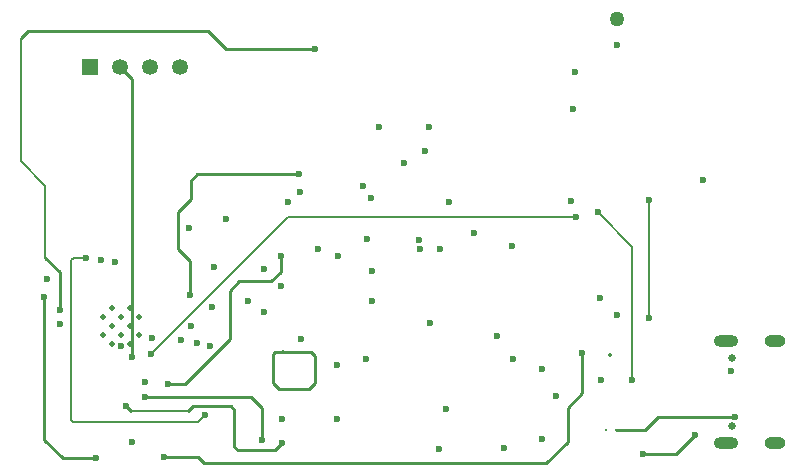
<source format=gbl>
G04*
G04 #@! TF.GenerationSoftware,Altium Limited,Altium Designer,23.9.2 (47)*
G04*
G04 Layer_Physical_Order=4*
G04 Layer_Color=16711680*
%FSLAX44Y44*%
%MOMM*%
G71*
G04*
G04 #@! TF.SameCoordinates,2E1E75F7-3D1D-466E-99F7-38A65D3F2882*
G04*
G04*
G04 #@! TF.FilePolarity,Positive*
G04*
G01*
G75*
%ADD15C,0.2540*%
%ADD65C,1.3500*%
%ADD66R,1.3500X1.3500*%
%ADD70C,0.3500*%
%ADD84C,0.2100*%
%ADD86O,2.1000X1.0000*%
%ADD87C,0.6500*%
%ADD88O,1.8000X1.0000*%
%ADD89C,0.5000*%
%ADD90C,0.3000*%
%ADD91C,0.6000*%
%ADD92C,1.2700*%
%ADD95C,0.1959*%
%ADD96C,0.1444*%
D15*
X561000Y331000D02*
Y354000D01*
X526000Y331000D02*
Y355512D01*
X527488Y357000D02*
X558000D01*
X526000Y331000D02*
X531000Y326000D01*
X556000D02*
X561000Y331000D01*
X531000Y326000D02*
X556000D01*
X558000Y357000D02*
X561000Y354000D01*
X526000Y355512D02*
X527488Y357000D01*
X775000Y281000D02*
Y310000D01*
X467000Y263000D02*
X757000D01*
X775000Y281000D01*
X333000Y437000D02*
X345000Y425000D01*
X461580Y507580D02*
X547570D01*
X456000Y502000D02*
X461580Y507580D01*
X456000Y487000D02*
Y502000D01*
X445000Y476000D02*
X456000Y487000D01*
X445000Y444000D02*
Y476000D01*
Y444000D02*
X455000Y434000D01*
Y405000D02*
Y434000D01*
X532230Y425230D02*
Y439770D01*
X524000Y417000D02*
X532230Y425230D01*
X497000Y417000D02*
X524000D01*
X489000Y409000D02*
X497000Y417000D01*
X489000Y368000D02*
Y409000D01*
X451000Y330000D02*
X489000Y368000D01*
X437000Y330000D02*
X451000D01*
X345000Y393000D02*
Y425000D01*
X396200Y598000D02*
X406000Y588200D01*
Y459000D02*
Y588200D01*
Y353000D02*
Y459000D01*
X527492Y274000D02*
X533527Y280035D01*
X496000Y274000D02*
X527492D01*
X493000Y277000D02*
X496000Y274000D01*
X493000Y277000D02*
Y308000D01*
X490000Y311000D02*
X493000Y308000D01*
X458000Y311000D02*
X490000D01*
X454000Y307000D02*
X458000Y311000D01*
X401000D02*
X405000Y307000D01*
X515930Y282250D02*
Y310070D01*
X507000Y319000D02*
X515930Y310070D01*
X417000Y319000D02*
X507000D01*
X816000Y291000D02*
X841000D01*
X852000Y302000D01*
X917000D01*
X486000Y614000D02*
X561000D01*
X471000Y629000D02*
X486000Y614000D01*
X318000Y629000D02*
X471000D01*
X312000Y623000D02*
X318000Y629000D01*
X787000Y322000D02*
Y356000D01*
X775000Y310000D02*
X787000Y322000D01*
X462000Y268000D02*
X467000Y263000D01*
X433000Y268000D02*
X462000D01*
X332000Y283000D02*
Y404000D01*
Y283000D02*
X348000Y267000D01*
X376000D01*
X867000Y271000D02*
X883000Y287000D01*
X839000Y271000D02*
X867000D01*
D65*
X447000Y598000D02*
D03*
X421600D02*
D03*
X396200D02*
D03*
D66*
X370800D02*
D03*
D70*
X810900Y354600D02*
D03*
D84*
X333000Y437000D02*
Y498000D01*
X405000Y307000D02*
X454000D01*
X312000Y519000D02*
Y623000D01*
Y519000D02*
X333000Y498000D01*
D86*
X908975Y366200D02*
D03*
Y279800D02*
D03*
D87*
X913975Y294100D02*
D03*
Y351900D02*
D03*
D88*
X950775Y279800D02*
D03*
Y366200D02*
D03*
D89*
X389500Y394000D02*
D03*
X382000Y386500D02*
D03*
Y371500D02*
D03*
X397000D02*
D03*
X389500Y364000D02*
D03*
X404500D02*
D03*
X412000Y371500D02*
D03*
Y386500D02*
D03*
X397000D02*
D03*
X404500Y394000D02*
D03*
Y379000D02*
D03*
X389500D02*
D03*
D90*
X534000Y358000D02*
D03*
X816000Y291000D02*
D03*
X808000Y291000D02*
D03*
D91*
X549000Y368000D02*
D03*
X396808Y362314D02*
D03*
X602148Y497500D02*
D03*
X817118Y617250D02*
D03*
X580744Y438050D02*
D03*
X721516Y276000D02*
D03*
X672000Y309000D02*
D03*
X666000Y275000D02*
D03*
X455000Y405000D02*
D03*
X456000Y379000D02*
D03*
X696000Y458000D02*
D03*
X472000Y362000D02*
D03*
X448000Y367000D02*
D03*
X461000Y365000D02*
D03*
X334000Y419000D02*
D03*
X423000Y369000D02*
D03*
X437000Y330000D02*
D03*
X380000Y435000D02*
D03*
X406000Y353000D02*
D03*
X579680Y346000D02*
D03*
X367000Y437000D02*
D03*
X401000Y311000D02*
D03*
X729000Y351000D02*
D03*
X392000Y433000D02*
D03*
X417000Y319000D02*
D03*
Y332000D02*
D03*
X468000Y304000D02*
D03*
X781000Y594000D02*
D03*
X345000Y381000D02*
D03*
Y393000D02*
D03*
X561000Y614000D02*
D03*
X803000Y333000D02*
D03*
X728000Y447000D02*
D03*
X715000Y371000D02*
D03*
X787000Y356000D02*
D03*
X433000Y268000D02*
D03*
X406000Y281000D02*
D03*
X376000Y267000D02*
D03*
X332000Y404000D02*
D03*
X515930Y282250D02*
D03*
X533680Y300000D02*
D03*
X473807Y395381D02*
D03*
X485648Y469392D02*
D03*
X753000Y283215D02*
D03*
Y342392D02*
D03*
X657754Y547730D02*
D03*
X802374Y403110D02*
D03*
X518263Y391092D02*
D03*
X830000Y333000D02*
D03*
X800736Y475488D02*
D03*
X844000Y485944D02*
D03*
Y386200D02*
D03*
X615294Y547730D02*
D03*
X609854Y425350D02*
D03*
X532230Y438050D02*
D03*
X547570Y507580D02*
D03*
X658368Y381737D02*
D03*
X518192Y427737D02*
D03*
X667193Y444263D02*
D03*
X674320Y484375D02*
D03*
X654000Y527455D02*
D03*
X883000Y287000D02*
D03*
X839000Y271000D02*
D03*
X649000Y452304D02*
D03*
X548894Y492252D02*
D03*
X563826Y444246D02*
D03*
X650000D02*
D03*
X605076Y452374D02*
D03*
X538480Y484378D02*
D03*
X475488Y428752D02*
D03*
X454406Y461786D02*
D03*
X533527Y280035D02*
D03*
X579628Y300000D02*
D03*
X604774Y351282D02*
D03*
X422148Y355600D02*
D03*
X781812Y471424D02*
D03*
X777608Y485000D02*
D03*
X504290Y399950D02*
D03*
X765000Y319484D02*
D03*
X890016Y502666D02*
D03*
X913130Y340614D02*
D03*
X636524Y517398D02*
D03*
X609770Y399950D02*
D03*
X608198Y487426D02*
D03*
X532230Y412650D02*
D03*
X816864Y388620D02*
D03*
X779331Y563000D02*
D03*
X917000Y302000D02*
D03*
D92*
X817000Y639000D02*
D03*
D95*
X357148Y437000D02*
X367000D01*
X355000Y434852D02*
X357148Y437000D01*
X462192Y298192D02*
X468000Y304000D01*
X356148Y298192D02*
X462192D01*
X355000Y299340D02*
X356148Y298192D01*
X355000Y299340D02*
Y434852D01*
X830000Y333000D02*
Y446225D01*
X800736Y475488D02*
X830000Y446225D01*
X844000Y386200D02*
Y485944D01*
D96*
X422148Y355600D02*
X537972Y471424D01*
X781812D01*
M02*

</source>
